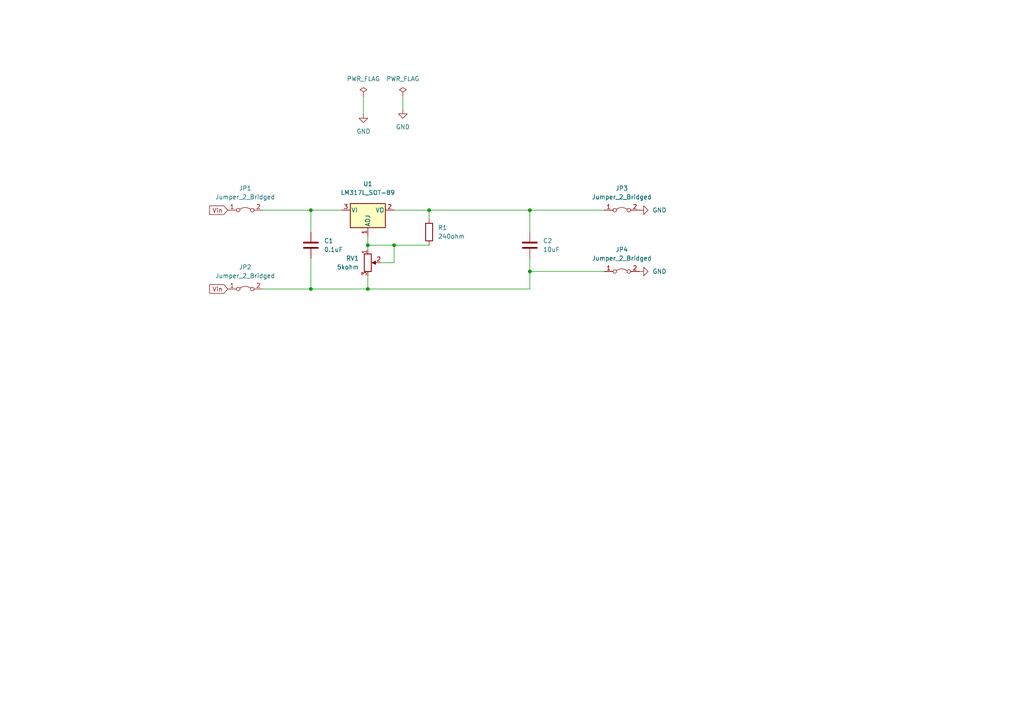
<source format=kicad_sch>
(kicad_sch (version 20211123) (generator eeschema)
  (paper "A4")
  (lib_symbols
    (symbol "Device:C" (pin_numbers hide) (pin_names (offset 0.254))
      (property "Reference" "C" (at 0.635 2.54 0))
      (property "Value" "C" (at 0.635 -2.54 0))
      (symbol "C_0_1"
        (polyline (pts (xy -2.032 -0.762) (xy 2.032 -0.762)) (stroke (width 0.508)))
        (polyline (pts (xy -2.032 0.762) (xy 2.032 0.762)) (stroke (width 0.508)))
      )
      (symbol "C_1_1"
        (pin passive line (at 0 3.81 270) (length 2.794) (name "~") (number "1"))
        (pin passive line (at 0 -3.81 90) (length 2.794) (name "~") (number "2"))
      )
    )
    (symbol "Device:R" (pin_numbers hide) (pin_names (offset 0))
      (property "Reference" "R" (at 2.032 0 90))
      (property "Value" "R" (at 0 0 90))
      (symbol "R_0_1"
        (rectangle (start -1.016 -2.54) (end 1.016 2.54) (stroke (width 0.254)))
      )
      (symbol "R_1_1"
        (pin passive line (at 0 3.81 270) (length 1.27) (name "~") (number "1"))
        (pin passive line (at 0 -3.81 90) (length 1.27) (name "~") (number "2"))
      )
    )
    (symbol "Device:R_Potentiometer" (pin_names (offset 1.016) hide)
      (property "Reference" "RV" (at -4.445 0 90))
      (property "Value" "R_Potentiometer" (at -2.54 0 90))
      (symbol "R_Potentiometer_0_1"
        (polyline (pts (xy 2.54 0) (xy 1.524 0)))
        (polyline (pts (xy 1.143 0) (xy 2.286 0.508) (xy 2.286 -0.508) (xy 1.143 0)) (fill (type outline)))
        (rectangle (start 1.016 2.54) (end -1.016 -2.54) (stroke (width 0.254)))
      )
      (symbol "R_Potentiometer_1_1"
        (pin passive line (at 0 3.81 270) (length 1.27) (name "1") (number "1"))
        (pin passive line (at 3.81 0 180) (length 1.27) (name "2") (number "2"))
        (pin passive line (at 0 -3.81 90) (length 1.27) (name "3") (number "3"))
      )
    )
    (symbol "Jumper:Jumper_2_Bridged" (pin_names (offset 0) hide)
      (property "Reference" "JP" (at 0 1.905 0))
      (property "Value" "Jumper_2_Bridged" (at 0 -2.54 0))
      (symbol "Jumper_2_Bridged_0_0"
        (circle (center -2.032 0) (radius 0.508))
        (circle (center 2.032 0) (radius 0.508))
      )
      (symbol "Jumper_2_Bridged_0_1"
        (arc (start 1.524 0.254) (mid 0 0.762) (end -1.524 0.254))
      )
      (symbol "Jumper_2_Bridged_1_1"
        (pin passive line (at -5.08 0 0) (length 2.54) (name "A") (number "1"))
        (pin passive line (at 5.08 0 180) (length 2.54) (name "B") (number "2"))
      )
    )
    (symbol "Regulator_Linear:LM317L_SOT-89" (pin_names (offset 0.254))
      (property "Reference" "U" (at -3.81 3.175 0))
      (property "Value" "LM317L_SOT-89" (at 0 3.175 0))
      (symbol "LM317L_SOT-89_0_1"
        (rectangle (start -5.08 1.905) (end 5.08 -5.08) (stroke (width 0.254)) (fill (type background)))
      )
      (symbol "LM317L_SOT-89_1_1"
        (pin input line (at 0 -7.62 90) (length 2.54) (name "ADJ") (number "1"))
        (pin power_out line (at 7.62 0 180) (length 2.54) (name "VO") (number "2"))
        (pin power_in line (at -7.62 0 0) (length 2.54) (name "VI") (number "3"))
      )
    )
    (symbol "power:GND" (power) (pin_names (offset 0))
      (property "Value" "GND" (at 0 -3.81 0))
      (symbol "GND_0_1"
        (polyline (pts (xy 0 0) (xy 0 -1.27) (xy 1.27 -1.27) (xy 0 -2.54) (xy -1.27 -1.27) (xy 0 -1.27)))
      )
      (symbol "GND_1_1"
        (pin power_in line (at 0 0 270) (length 0) hide (name "GND") (number "1"))
      )
    )
    (symbol "power:PWR_FLAG" (power) (pin_numbers hide) (pin_names (offset 0) hide)
      (property "Value" "PWR_FLAG" (at 0 3.81 0))
      (symbol "PWR_FLAG_0_0"
        (pin power_out line (at 0 0 90) (length 0) (name "pwr") (number "1"))
      )
      (symbol "PWR_FLAG_0_1"
        (polyline (pts (xy 0 0) (xy 0 1.27) (xy -1.016 1.905) (xy 0 2.54) (xy 1.016 1.905) (xy 0 1.27)))
      )
    )
  )
  (junction (at 153.67 78.74))
  (junction (at 114.3 71.12))
  (junction (at 106.68 83.82))
  (junction (at 106.68 71.12))
  (junction (at 90.17 83.82))
  (junction (at 153.67 60.96))
  (junction (at 124.46 60.96))
  (junction (at 90.17 60.96))
  (wire (pts (xy 153.67 60.96) (xy 175.26 60.96)))
  (wire (pts (xy 153.67 74.93) (xy 153.67 78.74)))
  (wire (pts (xy 106.68 71.12) (xy 106.68 72.39)))
  (wire (pts (xy 124.46 60.96) (xy 153.67 60.96)))
  (wire (pts (xy 124.46 60.96) (xy 124.46 63.5)))
  (wire (pts (xy 114.3 76.2) (xy 114.3 71.12)))
  (wire (pts (xy 114.3 60.96) (xy 124.46 60.96)))
  (wire (pts (xy 124.46 71.12) (xy 114.3 71.12)))
  (wire (pts (xy 106.68 83.82) (xy 153.67 83.82)))
  (wire (pts (xy 105.41 27.94) (xy 105.41 33.02)))
  (wire (pts (xy 90.17 74.93) (xy 90.17 83.82)))
  (wire (pts (xy 99.06 60.96) (xy 90.17 60.96)))
  (wire (pts (xy 114.3 71.12) (xy 106.68 71.12)))
  (wire (pts (xy 106.68 71.12) (xy 106.68 68.58)))
  (wire (pts (xy 90.17 60.96) (xy 90.17 67.31)))
  (wire (pts (xy 106.68 80.01) (xy 106.68 83.82)))
  (wire (pts (xy 76.2 83.82) (xy 90.17 83.82)))
  (wire (pts (xy 153.67 78.74) (xy 175.26 78.74)))
  (wire (pts (xy 153.67 83.82) (xy 153.67 78.74)))
  (wire (pts (xy 76.2 60.96) (xy 90.17 60.96)))
  (wire (pts (xy 90.17 83.82) (xy 106.68 83.82)))
  (wire (pts (xy 110.49 76.2) (xy 114.3 76.2)))
  (wire (pts (xy 153.67 60.96) (xy 153.67 67.31)))
  (wire (pts (xy 116.84 27.94) (xy 116.84 31.75)))
  (global_label "Vin" (shape input) (at 66.04 60.96 180) (property "Intersheet References" "${INTERSHEET_REFS}" (effects hide)))
  (global_label "Vin" (shape input) (at 66.04 83.82 180) (property "Intersheet References" "${INTERSHEET_REFS}" (effects hide)))
  (symbol (lib_id "Jumper:Jumper_2_Bridged") (at 71.12 83.82 0) (unit 1)
    (property "Reference" "JP2" (at 71.12 77.47 0))
    (property "Value" "Jumper_2_Bridged" (at 71.12 80.01 0))
  )
  (symbol (lib_id "Jumper:Jumper_2_Bridged") (at 71.12 60.96 0) (unit 1)
    (property "Reference" "JP1" (at 71.12 54.61 0))
    (property "Value" "Jumper_2_Bridged" (at 71.12 57.15 0))
  )
  (symbol (lib_id "power:GND") (at 185.42 78.74 90) (unit 1)
    (property "Reference" "#PWR0103" (effects hide))
    (property "Value" "GND" (at 189.23 78.7399 90) (effects (justify right)))
  )
  (symbol (lib_id "Device:C") (at 90.17 71.12 0) (unit 1)
    (property "Reference" "C1" (at 93.98 69.8499 0) (effects (justify left)))
    (property "Value" "0.1uF" (at 93.98 72.3899 0) (effects (justify left)))
  )
  (symbol (lib_id "power:GND") (at 105.41 33.02 0) (unit 1)
    (property "Reference" "#PWR0104" (effects hide))
    (property "Value" "GND" (at 105.41 38.1 0))
  )
  (symbol (lib_id "Device:R_Potentiometer") (at 106.68 76.2 0) (unit 1)
    (property "Reference" "RV1" (at 104.14 74.9299 0) (effects (justify right)))
    (property "Value" "5kohm" (at 104.14 77.4699 0) (effects (justify right)))
  )
  (symbol (lib_id "Device:C") (at 153.67 71.12 0) (unit 1)
    (property "Reference" "C2" (at 157.48 69.8499 0) (effects (justify left)))
    (property "Value" "10uF" (at 157.48 72.3899 0) (effects (justify left)))
  )
  (symbol (lib_id "power:PWR_FLAG") (at 105.41 27.94 0) (unit 1)
    (property "Reference" "#FLG0102" (effects hide))
    (property "Value" "PWR_FLAG" (at 105.41 22.86 0))
  )
  (symbol (lib_id "Jumper:Jumper_2_Bridged") (at 180.34 78.74 0) (unit 1)
    (property "Reference" "JP4" (at 180.34 72.39 0))
    (property "Value" "Jumper_2_Bridged" (at 180.34 74.93 0))
  )
  (symbol (lib_id "power:GND") (at 185.42 60.96 90) (unit 1)
    (property "Reference" "#PWR0102" (effects hide))
    (property "Value" "GND" (at 189.23 60.9599 90) (effects (justify right)))
  )
  (symbol (lib_id "Jumper:Jumper_2_Bridged") (at 180.34 60.96 0) (unit 1)
    (property "Reference" "JP3" (at 180.34 54.61 0))
    (property "Value" "Jumper_2_Bridged" (at 180.34 57.15 0))
  )
  (symbol (lib_id "power:PWR_FLAG") (at 116.84 27.94 0) (unit 1)
    (property "Reference" "#FLG0101" (effects hide))
    (property "Value" "PWR_FLAG" (at 116.84 22.86 0))
  )
  (symbol (lib_id "power:GND") (at 116.84 31.75 0) (unit 1)
    (property "Reference" "#PWR0101" (effects hide))
    (property "Value" "GND" (at 116.84 36.83 0))
  )
  (symbol (lib_id "Device:R") (at 124.46 67.31 0) (unit 1)
    (property "Reference" "R1" (at 127 66.0399 0) (effects (justify left)))
    (property "Value" "240ohm" (at 127 68.5799 0) (effects (justify left)))
  )
  (symbol (lib_id "Regulator_Linear:LM317L_SOT-89") (at 106.68 60.96 0) (unit 1)
    (property "Reference" "U1" (at 106.68 53.34 0))
    (property "Value" "LM317L_SOT-89" (at 106.68 55.88 0))
    (property "Footprint" "Package_TO_SOT_SMD:SOT-89-3" (effects hide))
    (property "Datasheet" "http://www.ti.com/lit/ds/symlink/lm317l.pdf" (effects hide))
  )
)
</source>
